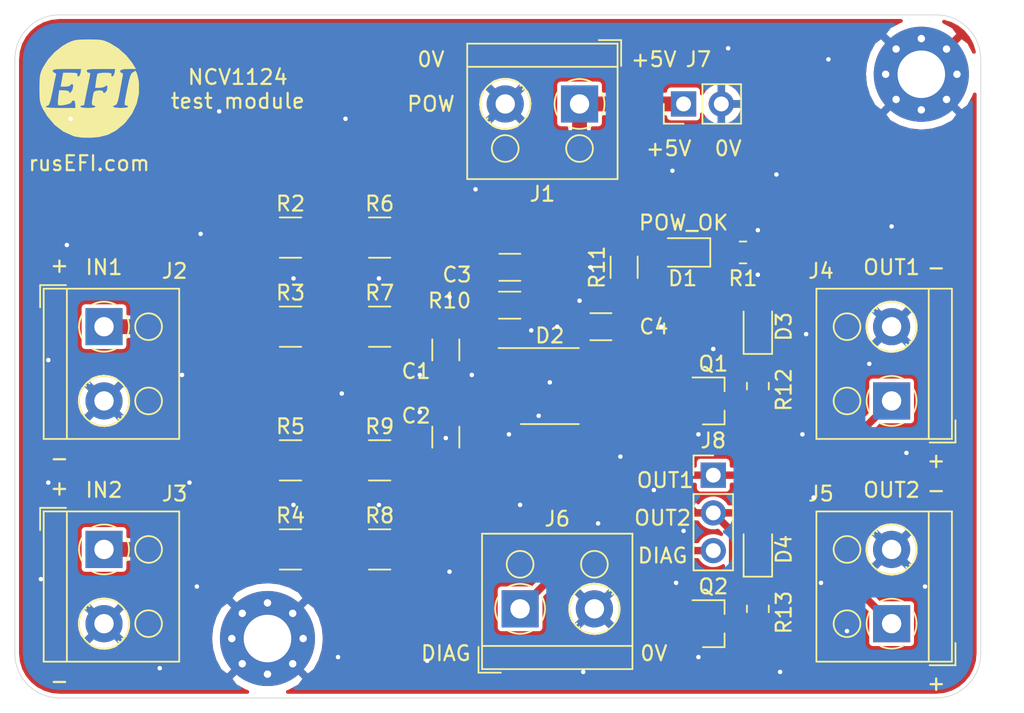
<source format=kicad_pcb>
(kicad_pcb (version 20171130) (host pcbnew "(5.1.8)-1")
  (layers (0 F.Cu signal) (31 B.Cu signal) (34 B.Paste user) (35 F.Paste user) (36 B.SilkS user) (37 F.SilkS user) (38 B.Mask user) (39 F.Mask user) (44 Edge.Cuts user))
  (net 0 "")
  (net 1 GND)
  (net 2 "Net-(C1-Pad1)")
  (net 3 "Net-(C2-Pad1)")
  (net 4 "Net-(C3-Pad2)")
  (net 5 +5V)
  (net 6 "Net-(C4-Pad1)")
  (net 7 "Net-(D1-Pad1)")
  (net 8 "Net-(D2-Pad7)")
  (net 9 "Net-(D2-Pad6)")
  (net 10 "Net-(D2-Pad5)")
  (net 11 "Net-(D3-Pad1)")
  (net 12 "Net-(D4-Pad1)")
  (net 13 "Net-(J2-Pad1)")
  (net 14 "Net-(J3-Pad1)")
  (net 15 "Net-(Q1-Pad3)")
  (net 16 "Net-(Q2-Pad3)")
  (net 17 "Net-(R2-Pad2)")
  (net 18 "Net-(R3-Pad2)")
  (net 19 "Net-(R4-Pad2)")
  (net 20 "Net-(R5-Pad2)")
  (module Connector_PinHeader_2.54mm:PinHeader_1x03_P2.54mm_Vertical (layer F.Cu) (at 152 53)
    (fp_text reference J8 (at 0 -2.33) (layer F.SilkS))
    (fp_text value Conn_01x03_Male)
    (fp_line (start -1.33 -1.33) (end 0 -1.33) (layer F.SilkS) (width 0.12))
    (fp_line (start -1.33 0) (end -1.33 -1.33) (layer F.SilkS) (width 0.12))
    (fp_line (start -1.33 1.27) (end 1.33 1.27) (layer F.SilkS) (width 0.12))
    (fp_line (start 1.33 1.27) (end 1.33 6.41) (layer F.SilkS) (width 0.12))
    (fp_line (start -1.33 1.27) (end -1.33 6.41) (layer F.SilkS) (width 0.12))
    (fp_line (start -1.33 6.41) (end 1.33 6.41) (layer F.SilkS) (width 0.12))
    (pad 3 thru_hole oval (at 0 5.08) (size 1.7 1.7) (drill 1) (layers *.Cu *.Mask) (net 10 "Net-(D2-Pad5)"))
    (pad 2 thru_hole oval (at 0 2.54) (size 1.7 1.7) (drill 1) (layers *.Cu *.Mask) (net 9 "Net-(D2-Pad6)"))
    (pad 1 thru_hole rect (at 0 0) (size 1.7 1.7) (drill 1) (layers *.Cu *.Mask) (net 8 "Net-(D2-Pad7)"))
  )
  (module Connector_PinHeader_2.54mm:PinHeader_1x02_P2.54mm_Vertical (layer F.Cu) (at 150 28 90)
    (fp_text reference J7 (at 3 1 180) (layer F.SilkS))
    (fp_text value Conn_01x02_Male)
    (fp_line (start -1.33 -1.33) (end 0 -1.33) (layer F.SilkS) (width 0.12))
    (fp_line (start -1.33 0) (end -1.33 -1.33) (layer F.SilkS) (width 0.12))
    (fp_line (start -1.33 1.27) (end 1.33 1.27) (layer F.SilkS) (width 0.12))
    (fp_line (start 1.33 1.27) (end 1.33 3.87) (layer F.SilkS) (width 0.12))
    (fp_line (start -1.33 1.27) (end -1.33 3.87) (layer F.SilkS) (width 0.12))
    (fp_line (start -1.33 3.87) (end 1.33 3.87) (layer F.SilkS) (width 0.12))
    (pad 2 thru_hole oval (at 0 2.54 90) (size 1.7 1.7) (drill 1) (layers *.Cu *.Mask) (net 1 GND))
    (pad 1 thru_hole rect (at 0 0 90) (size 1.7 1.7) (drill 1) (layers *.Cu *.Mask) (net 5 +5V))
  )
  (module MountingHole:MountingHole_3.2mm_M3_Pad_Via (layer F.Cu) (at 166 26)
    (fp_text reference H2 hide)
    (fp_text value MountingHole_Pad)
    (pad 1 thru_hole circle (at 1.697056 -1.697056) (size 0.8 0.8) (drill 0.5) (layers *.Cu *.Mask) (net 1 GND))
    (pad 1 thru_hole circle (at 0 -2.4) (size 0.8 0.8) (drill 0.5) (layers *.Cu *.Mask) (net 1 GND))
    (pad 1 thru_hole circle (at -1.697056 -1.697056) (size 0.8 0.8) (drill 0.5) (layers *.Cu *.Mask) (net 1 GND))
    (pad 1 thru_hole circle (at -2.4 0) (size 0.8 0.8) (drill 0.5) (layers *.Cu *.Mask) (net 1 GND))
    (pad 1 thru_hole circle (at -1.697056 1.697056) (size 0.8 0.8) (drill 0.5) (layers *.Cu *.Mask) (net 1 GND))
    (pad 1 thru_hole circle (at 0 2.4) (size 0.8 0.8) (drill 0.5) (layers *.Cu *.Mask) (net 1 GND))
    (pad 1 thru_hole circle (at 1.697056 1.697056) (size 0.8 0.8) (drill 0.5) (layers *.Cu *.Mask) (net 1 GND))
    (pad 1 thru_hole circle (at 2.4 0) (size 0.8 0.8) (drill 0.5) (layers *.Cu *.Mask) (net 1 GND))
    (pad 1 thru_hole circle (at 0 0) (size 6.4 6.4) (drill 3.2) (layers *.Cu *.Mask) (net 1 GND))
  )
  (module MountingHole:MountingHole_3.2mm_M3_Pad_Via (layer F.Cu) (at 122 64)
    (fp_text reference H1 hide)
    (fp_text value MountingHole_Pad)
    (pad 1 thru_hole circle (at 1.697056 -1.697056) (size 0.8 0.8) (drill 0.5) (layers *.Cu *.Mask) (net 1 GND))
    (pad 1 thru_hole circle (at 0 -2.4) (size 0.8 0.8) (drill 0.5) (layers *.Cu *.Mask) (net 1 GND))
    (pad 1 thru_hole circle (at -1.697056 -1.697056) (size 0.8 0.8) (drill 0.5) (layers *.Cu *.Mask) (net 1 GND))
    (pad 1 thru_hole circle (at -2.4 0) (size 0.8 0.8) (drill 0.5) (layers *.Cu *.Mask) (net 1 GND))
    (pad 1 thru_hole circle (at -1.697056 1.697056) (size 0.8 0.8) (drill 0.5) (layers *.Cu *.Mask) (net 1 GND))
    (pad 1 thru_hole circle (at 0 2.4) (size 0.8 0.8) (drill 0.5) (layers *.Cu *.Mask) (net 1 GND))
    (pad 1 thru_hole circle (at 1.697056 1.697056) (size 0.8 0.8) (drill 0.5) (layers *.Cu *.Mask) (net 1 GND))
    (pad 1 thru_hole circle (at 2.4 0) (size 0.8 0.8) (drill 0.5) (layers *.Cu *.Mask) (net 1 GND))
    (pad 1 thru_hole circle (at 0 0) (size 6.4 6.4) (drill 3.2) (layers *.Cu *.Mask) (net 1 GND))
  )
  (module rusefi_lib:LOGO (layer F.Cu) (at 110 27)
    (fp_text reference G1 hide)
    (fp_text value LOGO hide)
    (fp_poly (pts (xy 3.3528 -0.39624) (xy 3.35026 0.29972) (xy 3.19532 0.9906) (xy 2.8956 1.64338) (xy 2.46634 2.21996) (xy 2.31394 2.37744) (xy 1.80086 2.794) (xy 1.27508 3.07086) (xy 0.68834 3.2258) (xy 0.127 3.27406) (xy -0.46736 3.26898) (xy -0.9271 3.2004) (xy -1.05664 3.16484) (xy -1.73482 2.86258) (xy -2.32156 2.41808) (xy -2.8194 1.83134) (xy -3.10896 1.3462) (xy -3.21564 1.12776) (xy -3.28422 0.92964) (xy -3.32232 0.70866) (xy -3.3401 0.4191) (xy -3.34518 0.01016) (xy -3.34518 -0.04318) (xy -3.3401 -0.46736) (xy -3.32486 -0.77216) (xy -3.28676 -1.0033) (xy -3.22072 -1.21158) (xy -3.11658 -1.44272) (xy -3.10134 -1.46812) (xy -2.7686 -1.99644) (xy -2.31648 -2.49428) (xy -1.79832 -2.90576) (xy -1.47574 -3.09372) (xy -1.23698 -3.20294) (xy -1.03124 -3.2766) (xy -0.80518 -3.31724) (xy -0.51562 -3.33756) (xy -0.10922 -3.34264) (xy -0.04064 -3.34264) (xy 0.37846 -3.3401) (xy 0.68072 -3.32486) (xy 0.90932 -3.2893) (xy 1.1176 -3.22326) (xy 1.35382 -3.11658) (xy 1.44018 -3.0734) (xy 1.97612 -2.73558) (xy 2.47904 -2.28854) (xy 2.88798 -1.78308) (xy 2.95656 -1.67132) (xy 3.14706 -1.35382) (xy 2.63906 -1.35382) (xy 2.32664 -1.34112) (xy 2.14884 -1.2954) (xy 2.08534 -1.22936) (xy 2.10058 -1.12014) (xy 2.1717 -1.10236) (xy 2.26314 -1.05918) (xy 2.26568 -0.90678) (xy 2.25806 -0.86868) (xy 2.2225 -0.6858) (xy 2.16916 -0.38608) (xy 2.10058 -0.01778) (xy 2.06248 0.2032) (xy 1.98374 0.60452) (xy 1.91516 0.86614) (xy 1.84658 1.016) (xy 1.77038 1.07696) (xy 1.76022 1.0795) (xy 1.74752 1.08458) (xy 1.74752 -1.35382) (xy 0.78994 -1.35382) (xy 0.36576 -1.35128) (xy 0.08382 -1.33858) (xy -0.08128 -1.31318) (xy -0.15494 -1.27254) (xy -0.17018 -1.22682) (xy -0.1016 -1.11506) (xy -0.04318 -1.09982) (xy 0.01524 -1.1049) (xy 0.05334 -1.09728) (xy 0.06858 -1.0541) (xy 0.06096 -0.94996) (xy 0.0254 -0.75438) (xy -0.03556 -0.44704) (xy -0.127 0) (xy -0.20828 0.39624) (xy -0.27432 0.72898) (xy -0.32004 0.96266) (xy -0.33782 1.0668) (xy -0.33782 1.06934) (xy -0.40894 1.09728) (xy -0.46482 1.09982) (xy -0.53848 1.12776) (xy -0.53848 -1.35382) (xy -1.49606 -1.35382) (xy -1.92024 -1.35128) (xy -2.20218 -1.33858) (xy -2.36728 -1.31318) (xy -2.44094 -1.27254) (xy -2.45618 -1.22682) (xy -2.3876 -1.1176) (xy -2.3241 -1.09982) (xy -2.22758 -1.04394) (xy -2.23266 -0.9525) (xy -2.26568 -0.8128) (xy -2.3241 -0.5461) (xy -2.39522 -0.19558) (xy -2.4638 0.14732) (xy -2.5654 0.62484) (xy -2.65684 0.9398) (xy -2.73304 1.08712) (xy -2.75844 1.09982) (xy -2.89814 1.15824) (xy -2.921 1.18618) (xy -2.86512 1.22428) (xy -2.64922 1.25222) (xy -2.27838 1.26746) (xy -1.95326 1.27) (xy -0.93218 1.27) (xy -0.93218 1.016) (xy -0.97028 0.8128) (xy -1.05918 0.762) (xy -1.17094 0.8255) (xy -1.18618 0.88138) (xy -1.25984 0.94996) (xy -1.44526 1.01854) (xy -1.67894 1.07188) (xy -1.905 1.09982) (xy -2.06248 1.08712) (xy -2.09042 1.06934) (xy -2.10566 0.96774) (xy -2.09804 0.7493) (xy -2.07772 0.55372) (xy -2.0193 0.08382) (xy -1.68656 0.08382) (xy -1.47828 0.10414) (xy -1.36144 0.15748) (xy -1.35382 0.17526) (xy -1.3208 0.25908) (xy -1.2446 0.22352) (xy -1.1557 0.10414) (xy -1.0922 -0.06858) (xy -1.0922 -0.07112) (xy -1.07442 -0.26416) (xy -1.1303 -0.33782) (xy -1.15316 -0.33782) (xy -1.25984 -0.28956) (xy -1.27 -0.254) (xy -1.3462 -0.20066) (xy -1.53162 -0.17018) (xy -1.59512 -0.17018) (xy -1.9177 -0.17018) (xy -1.83388 -0.635) (xy -1.75006 -1.10236) (xy -1.24714 -1.09982) (xy -0.9652 -1.09474) (xy -0.82042 -1.0668) (xy -0.78486 -1.00838) (xy -0.79248 -0.97282) (xy -0.78232 -0.8636) (xy -0.72644 -0.84582) (xy -0.635 -0.92202) (xy -0.57658 -1.09728) (xy -0.57404 -1.09982) (xy -0.53848 -1.35382) (xy -0.53848 1.12776) (xy -0.57912 1.14554) (xy -0.59182 1.18618) (xy -0.51562 1.22936) (xy -0.31496 1.25984) (xy -0.08382 1.27) (xy 0.18542 1.2573) (xy 0.3683 1.22428) (xy 0.42418 1.18618) (xy 0.35306 1.11252) (xy 0.28702 1.09982) (xy 0.20574 1.07442) (xy 0.18034 0.96774) (xy 0.2032 0.74168) (xy 0.20828 0.70866) (xy 0.254 0.44704) (xy 0.29718 0.24892) (xy 0.31242 0.20066) (xy 0.40894 0.12954) (xy 0.5842 0.0889) (xy 0.7747 0.0889) (xy 0.90678 0.127) (xy 0.93218 0.17018) (xy 0.97282 0.25908) (xy 1.0668 0.2413) (xy 1.16586 0.13716) (xy 1.20904 0.02032) (xy 1.22936 -0.19304) (xy 1.17856 -0.254) (xy 1.08204 -0.18542) (xy 0.93218 -0.11684) (xy 0.70866 -0.08636) (xy 0.69088 -0.08382) (xy 0.40132 -0.08382) (xy 0.45974 -0.52578) (xy 0.50038 -0.7874) (xy 0.54102 -0.9779) (xy 0.5588 -1.03378) (xy 0.6604 -1.06934) (xy 0.87884 -1.09474) (xy 1.07188 -1.09982) (xy 1.34112 -1.0922) (xy 1.4732 -1.06172) (xy 1.50114 -1.00076) (xy 1.49352 -0.97536) (xy 1.50368 -0.8636) (xy 1.55956 -0.84582) (xy 1.651 -0.92202) (xy 1.70942 -1.09728) (xy 1.71196 -1.09982) (xy 1.74752 -1.35382) (xy 1.74752 1.08458) (xy 1.61544 1.14046) (xy 1.62306 1.19888) (xy 1.76276 1.2446) (xy 2.0193 1.26746) (xy 2.11582 1.27) (xy 2.3876 1.2573) (xy 2.57048 1.22428) (xy 2.62382 1.18618) (xy 2.55524 1.10998) (xy 2.49682 1.09982) (xy 2.43586 1.09474) (xy 2.39776 1.06426) (xy 2.3876 0.98298) (xy 2.40284 0.82296) (xy 2.44602 0.56134) (xy 2.52222 0.17272) (xy 2.57302 -0.08128) (xy 2.67716 -0.56388) (xy 2.77368 -0.89408) (xy 2.85496 -1.06426) (xy 2.88544 -1.08712) (xy 3.03276 -1.1811) (xy 3.06324 -1.21666) (xy 3.12674 -1.22428) (xy 3.2004 -1.0922) (xy 3.27406 -0.8509) (xy 3.33502 -0.5334) (xy 3.3528 -0.39624)) (layer F.SilkS) (width 0.00254))
  )
  (module LED_SMD:LED_0805_2012Metric_Pad1.15x1.40mm_HandSolder (layer F.Cu) (at 155 57.975 90)
    (fp_text reference D4 (at -0.025 1.75 90) (layer F.SilkS))
    (fp_text value LED)
    (fp_line (start -1.86 0.96) (end 1 0.96) (layer F.SilkS) (width 0.12))
    (fp_line (start -1.86 -0.96) (end -1.86 0.96) (layer F.SilkS) (width 0.12))
    (fp_line (start 1 -0.96) (end -1.86 -0.96) (layer F.SilkS) (width 0.12))
    (pad 2 smd roundrect (at 1.025 0 90) (size 1.15 1.4) (layers F.Cu F.Paste F.Mask) (roundrect_rratio 0.2173904347826087) (net 5 +5V))
    (pad 1 smd roundrect (at -1.025 0 90) (size 1.15 1.4) (layers F.Cu F.Paste F.Mask) (roundrect_rratio 0.2173904347826087) (net 12 "Net-(D4-Pad1)"))
  )
  (module LED_SMD:LED_0805_2012Metric_Pad1.15x1.40mm_HandSolder (layer F.Cu) (at 155 42.975 90)
    (fp_text reference D3 (at -0.025 1.75 90) (layer F.SilkS))
    (fp_text value LED)
    (fp_line (start -1.86 0.96) (end 1 0.96) (layer F.SilkS) (width 0.12))
    (fp_line (start -1.86 -0.96) (end -1.86 0.96) (layer F.SilkS) (width 0.12))
    (fp_line (start 1 -0.96) (end -1.86 -0.96) (layer F.SilkS) (width 0.12))
    (pad 2 smd roundrect (at 1.025 0 90) (size 1.15 1.4) (layers F.Cu F.Paste F.Mask) (roundrect_rratio 0.2173904347826087) (net 5 +5V))
    (pad 1 smd roundrect (at -1.025 0 90) (size 1.15 1.4) (layers F.Cu F.Paste F.Mask) (roundrect_rratio 0.2173904347826087) (net 11 "Net-(D3-Pad1)"))
  )
  (module LED_SMD:LED_0805_2012Metric_Pad1.15x1.40mm_HandSolder (layer F.Cu) (at 149.9375 38 180)
    (fp_text reference D1 (at 0 -1.75) (layer F.SilkS))
    (fp_text value LED)
    (fp_line (start -1.86 0.96) (end 1 0.96) (layer F.SilkS) (width 0.12))
    (fp_line (start -1.86 -0.96) (end -1.86 0.96) (layer F.SilkS) (width 0.12))
    (fp_line (start 1 -0.96) (end -1.86 -0.96) (layer F.SilkS) (width 0.12))
    (pad 2 smd roundrect (at 1.025 0 180) (size 1.15 1.4) (layers F.Cu F.Paste F.Mask) (roundrect_rratio 0.2173904347826087) (net 5 +5V))
    (pad 1 smd roundrect (at -1.025 0 180) (size 1.15 1.4) (layers F.Cu F.Paste F.Mask) (roundrect_rratio 0.2173904347826087) (net 7 "Net-(D1-Pad1)"))
  )
  (module Resistor_SMD:R_0805_2012Metric_Pad1.20x1.40mm_HandSolder (layer F.Cu) (at 155 62 90)
    (fp_text reference R13 (at -0.25 1.75 90) (layer F.SilkS))
    (fp_text value 160)
    (fp_line (start -0.227064 0.735) (end 0.227064 0.735) (layer F.SilkS) (width 0.12))
    (fp_line (start -0.227064 -0.735) (end 0.227064 -0.735) (layer F.SilkS) (width 0.12))
    (pad 2 smd roundrect (at 1 0 90) (size 1.2 1.4) (layers F.Cu F.Paste F.Mask) (roundrect_rratio 0.2083325) (net 12 "Net-(D4-Pad1)"))
    (pad 1 smd roundrect (at -1 0 90) (size 1.2 1.4) (layers F.Cu F.Paste F.Mask) (roundrect_rratio 0.2083325) (net 16 "Net-(Q2-Pad3)"))
  )
  (module Resistor_SMD:R_0805_2012Metric_Pad1.20x1.40mm_HandSolder (layer F.Cu) (at 155 47 90)
    (fp_text reference R12 (at -0.25 1.75 90) (layer F.SilkS))
    (fp_text value 160)
    (fp_line (start -0.227064 0.735) (end 0.227064 0.735) (layer F.SilkS) (width 0.12))
    (fp_line (start -0.227064 -0.735) (end 0.227064 -0.735) (layer F.SilkS) (width 0.12))
    (pad 2 smd roundrect (at 1 0 90) (size 1.2 1.4) (layers F.Cu F.Paste F.Mask) (roundrect_rratio 0.2083325) (net 11 "Net-(D3-Pad1)"))
    (pad 1 smd roundrect (at -1 0 90) (size 1.2 1.4) (layers F.Cu F.Paste F.Mask) (roundrect_rratio 0.2083325) (net 15 "Net-(Q1-Pad3)"))
  )
  (module Resistor_SMD:R_1206_3216Metric_Pad1.30x1.75mm_HandSolder (layer F.Cu) (at 146 39 90)
    (fp_text reference R11 (at 0 -1.82 90) (layer F.SilkS))
    (fp_text value 39)
    (fp_line (start -0.727064 0.91) (end 0.727064 0.91) (layer F.SilkS) (width 0.12))
    (fp_line (start -0.727064 -0.91) (end 0.727064 -0.91) (layer F.SilkS) (width 0.12))
    (pad 2 smd roundrect (at 1.55 0 90) (size 1.3 1.75) (layers F.Cu F.Paste F.Mask) (roundrect_rratio 0.1923069230769231) (net 5 +5V))
    (pad 1 smd roundrect (at -1.55 0 90) (size 1.3 1.75) (layers F.Cu F.Paste F.Mask) (roundrect_rratio 0.1923069230769231) (net 6 "Net-(C4-Pad1)"))
  )
  (module Resistor_SMD:R_1206_3216Metric_Pad1.30x1.75mm_HandSolder (layer F.Cu) (at 138.3 41.55 180)
    (fp_text reference R10 (at 4.05 0.3) (layer F.SilkS))
    (fp_text value 24k)
    (fp_line (start -0.727064 0.91) (end 0.727064 0.91) (layer F.SilkS) (width 0.12))
    (fp_line (start -0.727064 -0.91) (end 0.727064 -0.91) (layer F.SilkS) (width 0.12))
    (pad 2 smd roundrect (at 1.55 0 180) (size 1.3 1.75) (layers F.Cu F.Paste F.Mask) (roundrect_rratio 0.1923069230769231) (net 4 "Net-(C3-Pad2)"))
    (pad 1 smd roundrect (at -1.55 0 180) (size 1.3 1.75) (layers F.Cu F.Paste F.Mask) (roundrect_rratio 0.1923069230769231) (net 1 GND))
  )
  (module Resistor_SMD:R_1210_3225Metric_Pad1.30x2.65mm_HandSolder (layer F.Cu) (at 129.55 52)
    (fp_text reference R9 (at 0 -2.28) (layer F.SilkS))
    (fp_text value 22k)
    (fp_line (start -0.723737 1.355) (end 0.723737 1.355) (layer F.SilkS) (width 0.12))
    (fp_line (start -0.723737 -1.355) (end 0.723737 -1.355) (layer F.SilkS) (width 0.12))
    (pad 2 smd roundrect (at 1.55 0) (size 1.3 2.65) (layers F.Cu F.Paste F.Mask) (roundrect_rratio 0.1923069230769231) (net 3 "Net-(C2-Pad1)"))
    (pad 1 smd roundrect (at -1.55 0) (size 1.3 2.65) (layers F.Cu F.Paste F.Mask) (roundrect_rratio 0.1923069230769231) (net 20 "Net-(R5-Pad2)"))
  )
  (module Resistor_SMD:R_1210_3225Metric_Pad1.30x2.65mm_HandSolder (layer F.Cu) (at 129.55 58)
    (fp_text reference R8 (at 0 -2.28) (layer F.SilkS))
    (fp_text value 22k)
    (fp_line (start -0.723737 1.355) (end 0.723737 1.355) (layer F.SilkS) (width 0.12))
    (fp_line (start -0.723737 -1.355) (end 0.723737 -1.355) (layer F.SilkS) (width 0.12))
    (pad 2 smd roundrect (at 1.55 0) (size 1.3 2.65) (layers F.Cu F.Paste F.Mask) (roundrect_rratio 0.1923069230769231) (net 3 "Net-(C2-Pad1)"))
    (pad 1 smd roundrect (at -1.55 0) (size 1.3 2.65) (layers F.Cu F.Paste F.Mask) (roundrect_rratio 0.1923069230769231) (net 19 "Net-(R4-Pad2)"))
  )
  (module Resistor_SMD:R_1210_3225Metric_Pad1.30x2.65mm_HandSolder (layer F.Cu) (at 129.55 43)
    (fp_text reference R7 (at 0 -2.28) (layer F.SilkS))
    (fp_text value 22k)
    (fp_line (start -0.723737 1.355) (end 0.723737 1.355) (layer F.SilkS) (width 0.12))
    (fp_line (start -0.723737 -1.355) (end 0.723737 -1.355) (layer F.SilkS) (width 0.12))
    (pad 2 smd roundrect (at 1.55 0) (size 1.3 2.65) (layers F.Cu F.Paste F.Mask) (roundrect_rratio 0.1923069230769231) (net 2 "Net-(C1-Pad1)"))
    (pad 1 smd roundrect (at -1.55 0) (size 1.3 2.65) (layers F.Cu F.Paste F.Mask) (roundrect_rratio 0.1923069230769231) (net 18 "Net-(R3-Pad2)"))
  )
  (module Resistor_SMD:R_1210_3225Metric_Pad1.30x2.65mm_HandSolder (layer F.Cu) (at 129.55 37)
    (fp_text reference R6 (at 0 -2.28) (layer F.SilkS))
    (fp_text value 22k)
    (fp_line (start -0.723737 1.355) (end 0.723737 1.355) (layer F.SilkS) (width 0.12))
    (fp_line (start -0.723737 -1.355) (end 0.723737 -1.355) (layer F.SilkS) (width 0.12))
    (pad 2 smd roundrect (at 1.55 0) (size 1.3 2.65) (layers F.Cu F.Paste F.Mask) (roundrect_rratio 0.1923069230769231) (net 2 "Net-(C1-Pad1)"))
    (pad 1 smd roundrect (at -1.55 0) (size 1.3 2.65) (layers F.Cu F.Paste F.Mask) (roundrect_rratio 0.1923069230769231) (net 17 "Net-(R2-Pad2)"))
  )
  (module Resistor_SMD:R_1210_3225Metric_Pad1.30x2.65mm_HandSolder (layer F.Cu) (at 123.55 52)
    (fp_text reference R5 (at 0 -2.28) (layer F.SilkS))
    (fp_text value 22k)
    (fp_line (start -0.723737 1.355) (end 0.723737 1.355) (layer F.SilkS) (width 0.12))
    (fp_line (start -0.723737 -1.355) (end 0.723737 -1.355) (layer F.SilkS) (width 0.12))
    (pad 2 smd roundrect (at 1.55 0) (size 1.3 2.65) (layers F.Cu F.Paste F.Mask) (roundrect_rratio 0.1923069230769231) (net 20 "Net-(R5-Pad2)"))
    (pad 1 smd roundrect (at -1.55 0) (size 1.3 2.65) (layers F.Cu F.Paste F.Mask) (roundrect_rratio 0.1923069230769231) (net 14 "Net-(J3-Pad1)"))
  )
  (module Resistor_SMD:R_1210_3225Metric_Pad1.30x2.65mm_HandSolder (layer F.Cu) (at 123.55 58)
    (fp_text reference R4 (at 0 -2.28) (layer F.SilkS))
    (fp_text value 22k)
    (fp_line (start -0.723737 1.355) (end 0.723737 1.355) (layer F.SilkS) (width 0.12))
    (fp_line (start -0.723737 -1.355) (end 0.723737 -1.355) (layer F.SilkS) (width 0.12))
    (pad 2 smd roundrect (at 1.55 0) (size 1.3 2.65) (layers F.Cu F.Paste F.Mask) (roundrect_rratio 0.1923069230769231) (net 19 "Net-(R4-Pad2)"))
    (pad 1 smd roundrect (at -1.55 0) (size 1.3 2.65) (layers F.Cu F.Paste F.Mask) (roundrect_rratio 0.1923069230769231) (net 14 "Net-(J3-Pad1)"))
  )
  (module Resistor_SMD:R_1210_3225Metric_Pad1.30x2.65mm_HandSolder (layer F.Cu) (at 123.55 43)
    (fp_text reference R3 (at 0 -2.28) (layer F.SilkS))
    (fp_text value 22k)
    (fp_line (start -0.723737 1.355) (end 0.723737 1.355) (layer F.SilkS) (width 0.12))
    (fp_line (start -0.723737 -1.355) (end 0.723737 -1.355) (layer F.SilkS) (width 0.12))
    (pad 2 smd roundrect (at 1.55 0) (size 1.3 2.65) (layers F.Cu F.Paste F.Mask) (roundrect_rratio 0.1923069230769231) (net 18 "Net-(R3-Pad2)"))
    (pad 1 smd roundrect (at -1.55 0) (size 1.3 2.65) (layers F.Cu F.Paste F.Mask) (roundrect_rratio 0.1923069230769231) (net 13 "Net-(J2-Pad1)"))
  )
  (module Resistor_SMD:R_1210_3225Metric_Pad1.30x2.65mm_HandSolder (layer F.Cu) (at 123.55 37)
    (fp_text reference R2 (at 0 -2.28) (layer F.SilkS))
    (fp_text value 22k)
    (fp_line (start -0.723737 1.355) (end 0.723737 1.355) (layer F.SilkS) (width 0.12))
    (fp_line (start -0.723737 -1.355) (end 0.723737 -1.355) (layer F.SilkS) (width 0.12))
    (pad 2 smd roundrect (at 1.55 0) (size 1.3 2.65) (layers F.Cu F.Paste F.Mask) (roundrect_rratio 0.1923069230769231) (net 17 "Net-(R2-Pad2)"))
    (pad 1 smd roundrect (at -1.55 0) (size 1.3 2.65) (layers F.Cu F.Paste F.Mask) (roundrect_rratio 0.1923069230769231) (net 13 "Net-(J2-Pad1)"))
  )
  (module Resistor_SMD:R_0805_2012Metric_Pad1.20x1.40mm_HandSolder (layer F.Cu) (at 154 38 180)
    (fp_text reference R1 (at 0 -1.75) (layer F.SilkS))
    (fp_text value 160)
    (fp_line (start -0.227064 0.735) (end 0.227064 0.735) (layer F.SilkS) (width 0.12))
    (fp_line (start -0.227064 -0.735) (end 0.227064 -0.735) (layer F.SilkS) (width 0.12))
    (pad 2 smd roundrect (at 1 0 180) (size 1.2 1.4) (layers F.Cu F.Paste F.Mask) (roundrect_rratio 0.2083325) (net 7 "Net-(D1-Pad1)"))
    (pad 1 smd roundrect (at -1 0 180) (size 1.2 1.4) (layers F.Cu F.Paste F.Mask) (roundrect_rratio 0.2083325) (net 1 GND))
  )
  (module Package_TO_SOT_SMD:SOT-23 (layer F.Cu) (at 152 63)
    (fp_text reference Q2 (at 0 -2.5) (layer F.SilkS))
    (fp_text value 2N7002)
    (fp_line (start 0.76 1.58) (end -0.7 1.58) (layer F.SilkS) (width 0.12))
    (fp_line (start 0.76 -1.58) (end -1.4 -1.58) (layer F.SilkS) (width 0.12))
    (fp_line (start 0.76 -1.58) (end 0.76 -0.65) (layer F.SilkS) (width 0.12))
    (fp_line (start 0.76 1.58) (end 0.76 0.65) (layer F.SilkS) (width 0.12))
    (pad 3 smd rect (at 1 0) (size 0.9 0.8) (layers F.Cu F.Paste F.Mask) (net 16 "Net-(Q2-Pad3)"))
    (pad 2 smd rect (at -1 0.95) (size 0.9 0.8) (layers F.Cu F.Paste F.Mask) (net 1 GND))
    (pad 1 smd rect (at -1 -0.95) (size 0.9 0.8) (layers F.Cu F.Paste F.Mask) (net 9 "Net-(D2-Pad6)"))
  )
  (module Package_TO_SOT_SMD:SOT-23 (layer F.Cu) (at 152 48)
    (fp_text reference Q1 (at 0 -2.5) (layer F.SilkS))
    (fp_text value 2N7002)
    (fp_line (start 0.76 1.58) (end -0.7 1.58) (layer F.SilkS) (width 0.12))
    (fp_line (start 0.76 -1.58) (end -1.4 -1.58) (layer F.SilkS) (width 0.12))
    (fp_line (start 0.76 -1.58) (end 0.76 -0.65) (layer F.SilkS) (width 0.12))
    (fp_line (start 0.76 1.58) (end 0.76 0.65) (layer F.SilkS) (width 0.12))
    (pad 3 smd rect (at 1 0) (size 0.9 0.8) (layers F.Cu F.Paste F.Mask) (net 15 "Net-(Q1-Pad3)"))
    (pad 2 smd rect (at -1 0.95) (size 0.9 0.8) (layers F.Cu F.Paste F.Mask) (net 1 GND))
    (pad 1 smd rect (at -1 -0.95) (size 0.9 0.8) (layers F.Cu F.Paste F.Mask) (net 8 "Net-(D2-Pad7)"))
  )
  (module TerminalBlock_RND:TerminalBlock_RND_205-00001_1x02_P5.00mm_Horizontal (layer F.Cu) (at 139 62)
    (fp_text reference J6 (at 2.5 -6.06) (layer F.SilkS))
    (fp_text value Screw_Terminal_01x02)
    (fp_line (start -2.8 4.3) (end -1.3 4.3) (layer F.SilkS) (width 0.12))
    (fp_line (start -2.8 2.56) (end -2.8 4.3) (layer F.SilkS) (width 0.12))
    (fp_line (start 3.82 0.976) (end 3.726 1.069) (layer F.SilkS) (width 0.12))
    (fp_line (start 6.07 -1.275) (end 6.011 -1.216) (layer F.SilkS) (width 0.12))
    (fp_line (start 3.99 1.216) (end 3.931 1.274) (layer F.SilkS) (width 0.12))
    (fp_line (start 6.275 -1.069) (end 6.181 -0.976) (layer F.SilkS) (width 0.12))
    (fp_line (start 7.56 -5.06) (end 7.56 4.06) (layer F.SilkS) (width 0.12))
    (fp_line (start -2.56 -5.06) (end -2.56 4.06) (layer F.SilkS) (width 0.12))
    (fp_line (start -2.56 4.06) (end 7.56 4.06) (layer F.SilkS) (width 0.12))
    (fp_line (start -2.56 -5.06) (end 7.56 -5.06) (layer F.SilkS) (width 0.12))
    (fp_line (start -2.56 2.5) (end 7.56 2.5) (layer F.SilkS) (width 0.12))
    (fp_circle (center 5 -3) (end 5.9 -3) (layer F.SilkS) (width 0.12))
    (fp_circle (center 5 0) (end 6.68 0) (layer F.SilkS) (width 0.12))
    (fp_circle (center 0 -3) (end 0.9 -3) (layer F.SilkS) (width 0.12))
    (fp_arc (start 0 0) (end -0.789 1.484) (angle -29) (layer F.SilkS) (width 0.12))
    (fp_arc (start 0 0) (end -1.484 -0.789) (angle -56) (layer F.SilkS) (width 0.12))
    (fp_arc (start 0 0) (end 0.789 -1.484) (angle -56) (layer F.SilkS) (width 0.12))
    (fp_arc (start 0 0) (end 1.484 0.789) (angle -56) (layer F.SilkS) (width 0.12))
    (fp_arc (start 0 0) (end 0 1.68) (angle -28) (layer F.SilkS) (width 0.12))
    (pad 2 thru_hole circle (at 5 0) (size 2.5 2.5) (drill 1.3) (layers *.Cu *.Mask) (net 1 GND))
    (pad 1 thru_hole rect (at 0 0) (size 2.5 2.5) (drill 1.3) (layers *.Cu *.Mask) (net 10 "Net-(D2-Pad5)"))
  )
  (module TerminalBlock_RND:TerminalBlock_RND_205-00001_1x02_P5.00mm_Horizontal (layer F.Cu) (at 164 63 90)
    (fp_text reference J5 (at 8.75 -4.75 180) (layer F.SilkS))
    (fp_text value Screw_Terminal_01x02)
    (fp_line (start -2.8 4.3) (end -1.3 4.3) (layer F.SilkS) (width 0.12))
    (fp_line (start -2.8 2.56) (end -2.8 4.3) (layer F.SilkS) (width 0.12))
    (fp_line (start 3.82 0.976) (end 3.726 1.069) (layer F.SilkS) (width 0.12))
    (fp_line (start 6.07 -1.275) (end 6.011 -1.216) (layer F.SilkS) (width 0.12))
    (fp_line (start 3.99 1.216) (end 3.931 1.274) (layer F.SilkS) (width 0.12))
    (fp_line (start 6.275 -1.069) (end 6.181 -0.976) (layer F.SilkS) (width 0.12))
    (fp_line (start 7.56 -5.06) (end 7.56 4.06) (layer F.SilkS) (width 0.12))
    (fp_line (start -2.56 -5.06) (end -2.56 4.06) (layer F.SilkS) (width 0.12))
    (fp_line (start -2.56 4.06) (end 7.56 4.06) (layer F.SilkS) (width 0.12))
    (fp_line (start -2.56 -5.06) (end 7.56 -5.06) (layer F.SilkS) (width 0.12))
    (fp_line (start -2.56 2.5) (end 7.56 2.5) (layer F.SilkS) (width 0.12))
    (fp_circle (center 5 -3) (end 5.9 -3) (layer F.SilkS) (width 0.12))
    (fp_circle (center 5 0) (end 6.68 0) (layer F.SilkS) (width 0.12))
    (fp_circle (center 0 -3) (end 0.9 -3) (layer F.SilkS) (width 0.12))
    (fp_arc (start 0 0) (end -0.789 1.484) (angle -29) (layer F.SilkS) (width 0.12))
    (fp_arc (start 0 0) (end -1.484 -0.789) (angle -56) (layer F.SilkS) (width 0.12))
    (fp_arc (start 0 0) (end 0.789 -1.484) (angle -56) (layer F.SilkS) (width 0.12))
    (fp_arc (start 0 0) (end 1.484 0.789) (angle -56) (layer F.SilkS) (width 0.12))
    (fp_arc (start 0 0) (end 0 1.68) (angle -28) (layer F.SilkS) (width 0.12))
    (pad 2 thru_hole circle (at 5 0 90) (size 2.5 2.5) (drill 1.3) (layers *.Cu *.Mask) (net 1 GND))
    (pad 1 thru_hole rect (at 0 0 90) (size 2.5 2.5) (drill 1.3) (layers *.Cu *.Mask) (net 9 "Net-(D2-Pad6)"))
  )
  (module TerminalBlock_RND:TerminalBlock_RND_205-00001_1x02_P5.00mm_Horizontal (layer F.Cu) (at 164 48 90)
    (fp_text reference J4 (at 8.75 -4.75 180) (layer F.SilkS))
    (fp_text value Screw_Terminal_01x02)
    (fp_line (start -2.8 4.3) (end -1.3 4.3) (layer F.SilkS) (width 0.12))
    (fp_line (start -2.8 2.56) (end -2.8 4.3) (layer F.SilkS) (width 0.12))
    (fp_line (start 3.82 0.976) (end 3.726 1.069) (layer F.SilkS) (width 0.12))
    (fp_line (start 6.07 -1.275) (end 6.011 -1.216) (layer F.SilkS) (width 0.12))
    (fp_line (start 3.99 1.216) (end 3.931 1.274) (layer F.SilkS) (width 0.12))
    (fp_line (start 6.275 -1.069) (end 6.181 -0.976) (layer F.SilkS) (width 0.12))
    (fp_line (start 7.56 -5.06) (end 7.56 4.06) (layer F.SilkS) (width 0.12))
    (fp_line (start -2.56 -5.06) (end -2.56 4.06) (layer F.SilkS) (width 0.12))
    (fp_line (start -2.56 4.06) (end 7.56 4.06) (layer F.SilkS) (width 0.12))
    (fp_line (start -2.56 -5.06) (end 7.56 -5.06) (layer F.SilkS) (width 0.12))
    (fp_line (start -2.56 2.5) (end 7.56 2.5) (layer F.SilkS) (width 0.12))
    (fp_circle (center 5 -3) (end 5.9 -3) (layer F.SilkS) (width 0.12))
    (fp_circle (center 5 0) (end 6.68 0) (layer F.SilkS) (width 0.12))
    (fp_circle (center 0 -3) (end 0.9 -3) (layer F.SilkS) (width 0.12))
    (fp_arc (start 0 0) (end -0.789 1.484) (angle -29) (layer F.SilkS) (width 0.12))
    (fp_arc (start 0 0) (end -1.484 -0.789) (angle -56) (layer F.SilkS) (width 0.12))
    (fp_arc (start 0 0) (end 0.789 -1.484) (angle -56) (layer F.SilkS) (width 0.12))
    (fp_arc (start 0 0) (end 1.484 0.789) (angle -56) (layer F.SilkS) (width 0.12))
    (fp_arc (start 0 0) (end 0 1.68) (angle -28) (layer F.SilkS) (width 0.12))
    (pad 2 thru_hole circle (at 5 0 90) (size 2.5 2.5) (drill 1.3) (layers *.Cu *.Mask) (net 1 GND))
    (pad 1 thru_hole rect (at 0 0 90) (size 2.5 2.5) (drill 1.3) (layers *.Cu *.Mask) (net 8 "Net-(D2-Pad7)"))
  )
  (module TerminalBlock_RND:TerminalBlock_RND_205-00001_1x02_P5.00mm_Horizontal (layer F.Cu) (at 111 58 270)
    (fp_text reference J3 (at -3.75 -4.75 180) (layer F.SilkS))
    (fp_text value Screw_Terminal_01x02)
    (fp_line (start -2.8 4.3) (end -1.3 4.3) (layer F.SilkS) (width 0.12))
    (fp_line (start -2.8 2.56) (end -2.8 4.3) (layer F.SilkS) (width 0.12))
    (fp_line (start 3.82 0.976) (end 3.726 1.069) (layer F.SilkS) (width 0.12))
    (fp_line (start 6.07 -1.275) (end 6.011 -1.216) (layer F.SilkS) (width 0.12))
    (fp_line (start 3.99 1.216) (end 3.931 1.274) (layer F.SilkS) (width 0.12))
    (fp_line (start 6.275 -1.069) (end 6.181 -0.976) (layer F.SilkS) (width 0.12))
    (fp_line (start 7.56 -5.06) (end 7.56 4.06) (layer F.SilkS) (width 0.12))
    (fp_line (start -2.56 -5.06) (end -2.56 4.06) (layer F.SilkS) (width 0.12))
    (fp_line (start -2.56 4.06) (end 7.56 4.06) (layer F.SilkS) (width 0.12))
    (fp_line (start -2.56 -5.06) (end 7.56 -5.06) (layer F.SilkS) (width 0.12))
    (fp_line (start -2.56 2.5) (end 7.56 2.5) (layer F.SilkS) (width 0.12))
    (fp_circle (center 5 -3) (end 5.9 -3) (layer F.SilkS) (width 0.12))
    (fp_circle (center 5 0) (end 6.68 0) (layer F.SilkS) (width 0.12))
    (fp_circle (center 0 -3) (end 0.9 -3) (layer F.SilkS) (width 0.12))
    (fp_arc (start 0 0) (end -0.789 1.484) (angle -29) (layer F.SilkS) (width 0.12))
    (fp_arc (start 0 0) (end -1.484 -0.789) (angle -56) (layer F.SilkS) (width 0.12))
    (fp_arc (start 0 0) (end 0.789 -1.484) (angle -56) (layer F.SilkS) (width 0.12))
    (fp_arc (start 0 0) (end 1.484 0.789) (angle -56) (layer F.SilkS) (width 0.12))
    (fp_arc (start 0 0) (end 0 1.68) (angle -28) (layer F.SilkS) (width 0.12))
    (pad 2 thru_hole circle (at 5 0 270) (size 2.5 2.5) (drill 1.3) (layers *.Cu *.Mask) (net 1 GND))
    (pad 1 thru_hole rect (at 0 0 270) (size 2.5 2.5) (drill 1.3) (layers *.Cu *.Mask) (net 14 "Net-(J3-Pad1)"))
  )
  (module TerminalBlock_RND:TerminalBlock_RND_205-00001_1x02_P5.00mm_Horizontal (layer F.Cu) (at 111 43 270)
    (fp_text reference J2 (at -3.75 -4.75 180) (layer F.SilkS))
    (fp_text value Screw_Terminal_01x02)
    (fp_line (start -2.8 4.3) (end -1.3 4.3) (layer F.SilkS) (width 0.12))
    (fp_line (start -2.8 2.56) (end -2.8 4.3) (layer F.SilkS) (width 0.12))
    (fp_line (start 3.82 0.976) (end 3.726 1.069) (layer F.SilkS) (width 0.12))
    (fp_line (start 6.07 -1.275) (end 6.011 -1.216) (layer F.SilkS) (width 0.12))
    (fp_line (start 3.99 1.216) (end 3.931 1.274) (layer F.SilkS) (width 0.12))
    (fp_line (start 6.275 -1.069) (end 6.181 -0.976) (layer F.SilkS) (width 0.12))
    (fp_line (start 7.56 -5.06) (end 7.56 4.06) (layer F.SilkS) (width 0.12))
    (fp_line (start -2.56 -5.06) (end -2.56 4.06) (layer F.SilkS) (width 0.12))
    (fp_line (start -2.56 4.06) (end 7.56 4.06) (layer F.SilkS) (width 0.12))
    (fp_line (start -2.56 -5.06) (end 7.56 -5.06) (layer F.SilkS) (width 0.12))
    (fp_line (start -2.56 2.5) (end 7.56 2.5) (layer F.SilkS) (width 0.12))
    (fp_circle (center 5 -3) (end 5.9 -3) (layer F.SilkS) (width 0.12))
    (fp_circle (center 5 0) (end 6.68 0) (layer F.SilkS) (width 0.12))
    (fp_circle (center 0 -3) (end 0.9 -3) (layer F.SilkS) (width 0.12))
    (fp_arc (start 0 0) (end -0.789 1.484) (angle -29) (layer F.SilkS) (width 0.12))
    (fp_arc (start 0 0) (end -1.484 -0.789) (angle -56) (layer F.SilkS) (width 0.12))
    (fp_arc (start 0 0) (end 0.789 -1.484) (angle -56) (layer F.SilkS) (width 0.12))
    (fp_arc (start 0 0) (end 1.484 0.789) (angle -56) (layer F.SilkS) (width 0.12))
    (fp_arc (start 0 0) (end 0 1.68) (angle -28) (layer F.SilkS) (width 0.12))
    (pad 2 thru_hole circle (at 5 0 270) (size 2.5 2.5) (drill 1.3) (layers *.Cu *.Mask) (net 1 GND))
    (pad 1 thru_hole rect (at 0 0 270) (size 2.5 2.5) (drill 1.3) (layers *.Cu *.Mask) (net 13 "Net-(J2-Pad1)"))
  )
  (module TerminalBlock_RND:TerminalBlock_RND_205-00001_1x02_P5.00mm_Horizontal (layer F.Cu) (at 143 28 180)
    (fp_text reference J1 (at 2.5 -6.06) (layer F.SilkS))
    (fp_text value Screw_Terminal_01x02)
    (fp_line (start -2.8 4.3) (end -1.3 4.3) (layer F.SilkS) (width 0.12))
    (fp_line (start -2.8 2.56) (end -2.8 4.3) (layer F.SilkS) (width 0.12))
    (fp_line (start 3.82 0.976) (end 3.726 1.069) (layer F.SilkS) (width 0.12))
    (fp_line (start 6.07 -1.275) (end 6.011 -1.216) (layer F.SilkS) (width 0.12))
    (fp_line (start 3.99 1.216) (end 3.931 1.274) (layer F.SilkS) (width 0.12))
    (fp_line (start 6.275 -1.069) (end 6.181 -0.976) (layer F.SilkS) (width 0.12))
    (fp_line (start 7.56 -5.06) (end 7.56 4.06) (layer F.SilkS) (width 0.12))
    (fp_line (start -2.56 -5.06) (end -2.56 4.06) (layer F.SilkS) (width 0.12))
    (fp_line (start -2.56 4.06) (end 7.56 4.06) (layer F.SilkS) (width 0.12))
    (fp_line (start -2.56 -5.06) (end 7.56 -5.06) (layer F.SilkS) (width 0.12))
    (fp_line (start -2.56 2.5) (end 7.56 2.5) (layer F.SilkS) (width 0.12))
    (fp_circle (center 5 -3) (end 5.9 -3) (layer F.SilkS) (width 0.12))
    (fp_circle (center 5 0) (end 6.68 0) (layer F.SilkS) (width 0.12))
    (fp_circle (center 0 -3) (end 0.9 -3) (layer F.SilkS) (width 0.12))
    (fp_arc (start 0 0) (end -0.789 1.484) (angle -29) (layer F.SilkS) (width 0.12))
    (fp_arc (start 0 0) (end -1.484 -0.789) (angle -56) (layer F.SilkS) (width 0.12))
    (fp_arc (start 0 0) (end 0.789 -1.484) (angle -56) (layer F.SilkS) (width 0.12))
    (fp_arc (start 0 0) (end 1.484 0.789) (angle -56) (layer F.SilkS) (width 0.12))
    (fp_arc (start 0 0) (end 0 1.68) (angle -28) (layer F.SilkS) (width 0.12))
    (pad 2 thru_hole circle (at 5 0 180) (size 2.5 2.5) (drill 1.3) (layers *.Cu *.Mask) (net 1 GND))
    (pad 1 thru_hole rect (at 0 0 180) (size 2.5 2.5) (drill 1.3) (layers *.Cu *.Mask) (net 5 +5V))
  )
  (module Package_SO:SO-8_3.9x4.9mm_P1.27mm (layer F.Cu) (at 141 47)
    (fp_text reference D2 (at 0 -3.4) (layer F.SilkS))
    (fp_text value NCV1124)
    (fp_line (start 0 -2.56) (end -3.45 -2.56) (layer F.SilkS) (width 0.12))
    (fp_line (start 0 -2.56) (end 1.95 -2.56) (layer F.SilkS) (width 0.12))
    (fp_line (start 0 2.56) (end -1.95 2.56) (layer F.SilkS) (width 0.12))
    (fp_line (start 0 2.56) (end 1.95 2.56) (layer F.SilkS) (width 0.12))
    (pad 8 smd roundrect (at 2.575 -1.905) (size 1.75 0.6) (layers F.Cu F.Paste F.Mask) (net 6 "Net-(C4-Pad1)"))
    (pad 7 smd roundrect (at 2.575 -0.635) (size 1.75 0.6) (layers F.Cu F.Paste F.Mask) (net 8 "Net-(D2-Pad7)"))
    (pad 6 smd roundrect (at 2.575 0.635) (size 1.75 0.6) (layers F.Cu F.Paste F.Mask) (net 9 "Net-(D2-Pad6)"))
    (pad 5 smd roundrect (at 2.575 1.905) (size 1.75 0.6) (layers F.Cu F.Paste F.Mask) (net 10 "Net-(D2-Pad5)"))
    (pad 4 smd roundrect (at -2.575 1.905) (size 1.75 0.6) (layers F.Cu F.Paste F.Mask) (net 1 GND))
    (pad 3 smd roundrect (at -2.575 0.635) (size 1.75 0.6) (layers F.Cu F.Paste F.Mask) (net 3 "Net-(C2-Pad1)"))
    (pad 2 smd roundrect (at -2.575 -0.635) (size 1.75 0.6) (layers F.Cu F.Paste F.Mask) (net 2 "Net-(C1-Pad1)"))
    (pad 1 smd roundrect (at -2.575 -1.905) (size 1.75 0.6) (layers F.Cu F.Paste F.Mask) (net 4 "Net-(C3-Pad2)"))
  )
  (module Capacitor_SMD:C_1206_3216Metric_Pad1.33x1.80mm_HandSolder (layer F.Cu) (at 144.4375 43 180)
    (fp_text reference C4 (at -3.5625 0) (layer F.SilkS))
    (fp_text value 0.22u)
    (fp_line (start -0.711252 0.91) (end 0.711252 0.91) (layer F.SilkS) (width 0.12))
    (fp_line (start -0.711252 -0.91) (end 0.711252 -0.91) (layer F.SilkS) (width 0.12))
    (pad 2 smd roundrect (at 1.5625 0 180) (size 1.325 1.8) (layers F.Cu F.Paste F.Mask) (roundrect_rratio 0.1886777358490566) (net 1 GND))
    (pad 1 smd roundrect (at -1.5625 0 180) (size 1.325 1.8) (layers F.Cu F.Paste F.Mask) (roundrect_rratio 0.1886777358490566) (net 6 "Net-(C4-Pad1)"))
  )
  (module Capacitor_SMD:C_1206_3216Metric_Pad1.33x1.80mm_HandSolder (layer F.Cu) (at 138.3125 39 180)
    (fp_text reference C3 (at 3.5625 -0.5) (layer F.SilkS))
    (fp_text value 0.022u)
    (fp_line (start -0.711252 0.91) (end 0.711252 0.91) (layer F.SilkS) (width 0.12))
    (fp_line (start -0.711252 -0.91) (end 0.711252 -0.91) (layer F.SilkS) (width 0.12))
    (pad 2 smd roundrect (at 1.5625 0 180) (size 1.325 1.8) (layers F.Cu F.Paste F.Mask) (roundrect_rratio 0.1886777358490566) (net 4 "Net-(C3-Pad2)"))
    (pad 1 smd roundrect (at -1.5625 0 180) (size 1.325 1.8) (layers F.Cu F.Paste F.Mask) (roundrect_rratio 0.1886777358490566) (net 5 +5V))
  )
  (module Capacitor_SMD:C_1206_3216Metric_Pad1.33x1.80mm_HandSolder (layer F.Cu) (at 134 50.4375 90)
    (fp_text reference C2 (at 1.4375 -2) (layer F.SilkS))
    (fp_text value 0.022u)
    (fp_line (start -0.711252 0.91) (end 0.711252 0.91) (layer F.SilkS) (width 0.12))
    (fp_line (start -0.711252 -0.91) (end 0.711252 -0.91) (layer F.SilkS) (width 0.12))
    (pad 2 smd roundrect (at 1.5625 0 90) (size 1.325 1.8) (layers F.Cu F.Paste F.Mask) (roundrect_rratio 0.1886777358490566) (net 1 GND))
    (pad 1 smd roundrect (at -1.5625 0 90) (size 1.325 1.8) (layers F.Cu F.Paste F.Mask) (roundrect_rratio 0.1886777358490566) (net 3 "Net-(C2-Pad1)"))
  )
  (module Capacitor_SMD:C_1206_3216Metric_Pad1.33x1.80mm_HandSolder (layer F.Cu) (at 134 44.5625 270)
    (fp_text reference C1 (at 1.4375 2) (layer F.SilkS))
    (fp_text value 0.022u)
    (fp_line (start -0.711252 0.91) (end 0.711252 0.91) (layer F.SilkS) (width 0.12))
    (fp_line (start -0.711252 -0.91) (end 0.711252 -0.91) (layer F.SilkS) (width 0.12))
    (pad 2 smd roundrect (at 1.5625 0 270) (size 1.325 1.8) (layers F.Cu F.Paste F.Mask) (roundrect_rratio 0.1886777358490566) (net 1 GND))
    (pad 1 smd roundrect (at -1.5625 0 270) (size 1.325 1.8) (layers F.Cu F.Paste F.Mask) (roundrect_rratio 0.1886777358490566) (net 2 "Net-(C1-Pad1)"))
  )
  (gr_text OUT1 (at 148.76 53.34) (layer F.SilkS) (effects (font (size 1 1))))
  (gr_text OUT2 (at 148.59 55.88) (layer F.SilkS) (effects (font (size 1 1))))
  (gr_text DIAG (at 148.59 58.42) (layer F.SilkS) (effects (font (size 1 1))))
  (gr_text 0V (at 153 31) (layer F.SilkS) (effects (font (size 1 1))))
  (gr_text +5V (at 149 31) (layer F.SilkS) (effects (font (size 1 1))))
  (gr_text 0V (at 148 65) (layer F.SilkS) (effects (font (size 1 1))))
  (gr_text POW_OK (at 150 36) (layer F.SilkS) (effects (font (size 1 1))))
  (gr_text POW (at 133 28) (layer F.SilkS) (effects (font (size 1 1))))
  (gr_text - (at 108 52 180) (layer F.SilkS) (effects (font (size 1 1))))
  (gr_text + (at 108 39 180) (layer F.SilkS) (effects (font (size 1 1))))
  (gr_text - (at 108 67 180) (layer F.SilkS) (effects (font (size 1 1))))
  (gr_text + (at 108 54 180) (layer F.SilkS) (effects (font (size 1 1))))
  (gr_text - (at 167 54) (layer F.SilkS) (effects (font (size 1 1))))
  (gr_text + (at 167 67) (layer F.SilkS) (effects (font (size 1 1))))
  (gr_text - (at 167 39) (layer F.SilkS) (effects (font (size 1 1))))
  (gr_text + (at 167 52) (layer F.SilkS) (effects (font (size 1 1))))
  (gr_text 0V (at 133 25) (layer F.SilkS) (effects (font (size 1 1))))
  (gr_text +5V (at 148 25) (layer F.SilkS) (effects (font (size 1 1))))
  (gr_text DIAG (at 134 65) (layer F.SilkS) (effects (font (size 1 1))))
  (gr_text OUT1 (at 164 39) (layer F.SilkS) (effects (font (size 1 1))))
  (gr_text OUT2 (at 164 54) (layer F.SilkS) (effects (font (size 1 1))))
  (gr_text IN2 (at 111 54) (layer F.SilkS) (effects (font (size 1 1))))
  (gr_text IN1 (at 111 39) (layer F.SilkS) (effects (font (size 1 1))))
  (gr_text "NCV1124\ntest module" (at 120 27) (layer F.SilkS) (effects (font (size 1 1))))
  (gr_text rusEFI.com (at 110 32) (layer F.SilkS) (effects (font (size 1 1))))
  (gr_arc (start 167 25) (end 170 25) (angle -90) (layer Edge.Cuts) (width 0.05))
  (gr_arc (start 167 65) (end 167 68) (angle -90) (layer Edge.Cuts) (width 0.05))
  (gr_arc (start 108 65) (end 105 65) (angle -90) (layer Edge.Cuts) (width 0.05))
  (gr_arc (start 108 25) (end 108 22) (angle -90) (layer Edge.Cuts) (width 0.05))
  (gr_line (start 105 65) (end 105 25) (layer Edge.Cuts) (width 0.05))
  (gr_line (start 167 68) (end 108 68) (layer Edge.Cuts) (width 0.05))
  (gr_line (start 170 25) (end 170 65) (layer Edge.Cuts) (width 0.05))
  (gr_line (start 108 22) (end 167 22) (layer Edge.Cuts) (width 0.05))
  (via (at 141.5 43) (size 0.61) (drill 0.3) (layers F.Cu B.Cu) (net 1))
  (via (at 139.75 43.25) (size 0.61) (drill 0.3) (layers F.Cu B.Cu) (net 1))
  (via (at 140.25 49) (size 0.61) (drill 0.3) (layers F.Cu B.Cu) (net 1))
  (via (at 138.25 50.25) (size 0.61) (drill 0.3) (layers F.Cu B.Cu) (net 1))
  (via (at 151 50.25) (size 0.61) (drill 0.3) (layers F.Cu B.Cu) (net 1))
  (via (at 155 39.5) (size 0.61) (drill 0.3) (layers F.Cu B.Cu) (net 1))
  (via (at 155 36.5) (size 0.61) (drill 0.3) (layers F.Cu B.Cu) (net 1))
  (via (at 151 65.25) (size 0.61) (drill 0.3) (layers F.Cu B.Cu) (net 1))
  (via (at 135.75 46.25) (size 0.61) (drill 0.3) (layers F.Cu B.Cu) (net 1))
  (via (at 134 50.5) (size 0.61) (drill 0.3) (layers F.Cu B.Cu) (net 1))
  (via (at 132.25 46.25) (size 0.61) (drill 0.3) (layers F.Cu B.Cu) (net 1))
  (via (at 132.25 48.75) (size 0.61) (drill 0.3) (layers F.Cu B.Cu) (net 1))
  (via (at 143 41.25) (size 0.61) (drill 0.3) (layers F.Cu B.Cu) (net 1))
  (segment (start 141.1 41.55) (end 139.85 41.55) (width 1) (layer F.Cu) (net 1))
  (segment (start 141.1 41.55) (end 141.425 41.55) (width 1) (layer F.Cu) (net 1))
  (via (at 159.75 25) (size 0.61) (drill 0.3) (layers F.Cu B.Cu) (net 1))
  (via (at 153 24.25) (size 0.61) (drill 0.3) (layers F.Cu B.Cu) (net 1))
  (via (at 156.25 32.75) (size 0.61) (drill 0.3) (layers F.Cu B.Cu) (net 1))
  (via (at 164 36.25) (size 0.61) (drill 0.3) (layers F.Cu B.Cu) (net 1))
  (via (at 149.25 32.5) (size 0.61) (drill 0.3) (layers F.Cu B.Cu) (net 1))
  (via (at 148.5 43) (size 0.61) (drill 0.3) (layers F.Cu B.Cu) (net 1))
  (via (at 152 44.5) (size 0.61) (drill 0.3) (layers F.Cu B.Cu) (net 1))
  (via (at 143.75 39) (size 0.61) (drill 0.3) (layers F.Cu B.Cu) (net 1))
  (via (at 141 46.75) (size 0.61) (drill 0.3) (layers F.Cu B.Cu) (net 1))
  (via (at 145.75 51.75) (size 0.61) (drill 0.3) (layers F.Cu B.Cu) (net 1))
  (via (at 144.25 56.25) (size 0.61) (drill 0.3) (layers F.Cu B.Cu) (net 1))
  (via (at 139 55) (size 0.61) (drill 0.3) (layers F.Cu B.Cu) (net 1))
  (via (at 134.25 59.5) (size 0.61) (drill 0.3) (layers F.Cu B.Cu) (net 1))
  (via (at 132.75 65.5) (size 0.61) (drill 0.3) (layers F.Cu B.Cu) (net 1))
  (via (at 143.25 66.25) (size 0.61) (drill 0.3) (layers F.Cu B.Cu) (net 1))
  (via (at 149.5 60.25) (size 0.61) (drill 0.3) (layers F.Cu B.Cu) (net 1))
  (via (at 148 54) (size 0.61) (drill 0.3) (layers F.Cu B.Cu) (net 1))
  (via (at 150 56.75) (size 0.61) (drill 0.3) (layers F.Cu B.Cu) (net 1))
  (via (at 156.5 66.25) (size 0.61) (drill 0.3) (layers F.Cu B.Cu) (net 1))
  (via (at 159.25 60.25) (size 0.61) (drill 0.3) (layers F.Cu B.Cu) (net 1))
  (via (at 161 63.5) (size 0.61) (drill 0.3) (layers F.Cu B.Cu) (net 1))
  (via (at 166.25 60.5) (size 0.61) (drill 0.3) (layers F.Cu B.Cu) (net 1))
  (via (at 158.75 54.5) (size 0.61) (drill 0.3) (layers F.Cu B.Cu) (net 1))
  (via (at 165 51.5) (size 0.61) (drill 0.3) (layers F.Cu B.Cu) (net 1))
  (via (at 158 50.25) (size 0.61) (drill 0.3) (layers F.Cu B.Cu) (net 1))
  (via (at 158.25 43.5) (size 0.61) (drill 0.3) (layers F.Cu B.Cu) (net 1))
  (via (at 162.5 45.5) (size 0.61) (drill 0.3) (layers F.Cu B.Cu) (net 1))
  (via (at 129.5 55) (size 0.61) (drill 0.3) (layers F.Cu B.Cu) (net 1))
  (via (at 123.75 55) (size 0.61) (drill 0.3) (layers F.Cu B.Cu) (net 1))
  (via (at 123.75 39.75) (size 0.61) (drill 0.3) (layers F.Cu B.Cu) (net 1))
  (via (at 129.5 39.75) (size 0.61) (drill 0.3) (layers F.Cu B.Cu) (net 1))
  (via (at 126.75 65.25) (size 0.61) (drill 0.3) (layers F.Cu B.Cu) (net 1))
  (via (at 114.75 66) (size 0.61) (drill 0.3) (layers F.Cu B.Cu) (net 1))
  (via (at 106.75 60) (size 0.61) (drill 0.3) (layers F.Cu B.Cu) (net 1))
  (via (at 117.25 60.5) (size 0.61) (drill 0.3) (layers F.Cu B.Cu) (net 1))
  (via (at 107.25 53.5) (size 0.61) (drill 0.3) (layers F.Cu B.Cu) (net 1))
  (via (at 116.75 53.5) (size 0.61) (drill 0.3) (layers F.Cu B.Cu) (net 1))
  (via (at 116.25 46.25) (size 0.61) (drill 0.3) (layers F.Cu B.Cu) (net 1))
  (via (at 107.25 45.25) (size 0.61) (drill 0.3) (layers F.Cu B.Cu) (net 1))
  (via (at 127 47.5) (size 0.61) (drill 0.3) (layers F.Cu B.Cu) (net 1))
  (via (at 117.5 36.75) (size 0.61) (drill 0.3) (layers F.Cu B.Cu) (net 1))
  (via (at 108.5 37.5) (size 0.61) (drill 0.3) (layers F.Cu B.Cu) (net 1))
  (via (at 108.75 29) (size 0.61) (drill 0.3) (layers F.Cu B.Cu) (net 1))
  (via (at 118.75 28.5) (size 0.61) (drill 0.3) (layers F.Cu B.Cu) (net 1))
  (via (at 127.25 29) (size 0.61) (drill 0.3) (layers F.Cu B.Cu) (net 1))
  (via (at 136 33.75) (size 0.61) (drill 0.3) (layers F.Cu B.Cu) (net 1))
  (via (at 134.25 41) (size 0.61) (drill 0.3) (layers F.Cu B.Cu) (net 1))
  (segment (start 131.1 37) (end 131.1 43) (width 1) (layer F.Cu) (net 2))
  (segment (start 131.1 43) (end 134 43) (width 1) (layer F.Cu) (net 2))
  (segment (start 134.185 43) (end 134 43) (width 0.5) (layer F.Cu) (net 2))
  (segment (start 137.55 46.365) (end 134.185 43) (width 0.5) (layer F.Cu) (net 2))
  (segment (start 138.425 46.365) (end 137.55 46.365) (width 0.5) (layer F.Cu) (net 2))
  (segment (start 131.1 58) (end 131.1 52) (width 1) (layer F.Cu) (net 3))
  (segment (start 131.1 52) (end 134 52) (width 1) (layer F.Cu) (net 3))
  (segment (start 135 52) (end 134 52) (width 0.5) (layer F.Cu) (net 3))
  (segment (start 137.55 47.635) (end 136.75 48.435) (width 0.5) (layer F.Cu) (net 3))
  (segment (start 138.425 47.635) (end 137.55 47.635) (width 0.5) (layer F.Cu) (net 3))
  (segment (start 136.75 50.25) (end 135 52) (width 0.5) (layer F.Cu) (net 3))
  (segment (start 136.75 48.435) (end 136.75 50.25) (width 0.5) (layer F.Cu) (net 3))
  (segment (start 136.75 41.55) (end 136.75 39) (width 0.5) (layer F.Cu) (net 4))
  (segment (start 138.425 45.095) (end 137.269962 45.095) (width 0.5) (layer F.Cu) (net 4))
  (segment (start 136.75 44.575038) (end 136.75 41.55) (width 0.5) (layer F.Cu) (net 4))
  (segment (start 137.269962 45.095) (end 136.75 44.575038) (width 0.5) (layer F.Cu) (net 4))
  (segment (start 150 28) (end 143 28) (width 1) (layer F.Cu) (net 5))
  (segment (start 146.55 38) (end 146 37.45) (width 1) (layer F.Cu) (net 5))
  (segment (start 148.9125 38) (end 146.55 38) (width 1) (layer F.Cu) (net 5))
  (segment (start 142.675 37.45) (end 141.125 39) (width 1) (layer F.Cu) (net 5))
  (segment (start 146 37.45) (end 142.675 37.45) (width 1) (layer F.Cu) (net 5))
  (segment (start 143 37.125) (end 142.675 37.45) (width 1) (layer F.Cu) (net 5))
  (segment (start 143 28) (end 143 37.125) (width 1) (layer F.Cu) (net 5))
  (segment (start 148.9125 38.7) (end 148.9125 38) (width 1) (layer F.Cu) (net 5))
  (segment (start 152.1625 41.95) (end 148.9125 38.7) (width 1) (layer F.Cu) (net 5))
  (segment (start 155 41.95) (end 152.1625 41.95) (width 1) (layer F.Cu) (net 5))
  (segment (start 139.875 39) (end 141.125 39) (width 1) (layer F.Cu) (net 5))
  (segment (start 156.95 40) (end 155 41.95) (width 1) (layer F.Cu) (net 5))
  (segment (start 168 42) (end 166 40) (width 1) (layer F.Cu) (net 5))
  (segment (start 168 63.75) (end 168 42) (width 1) (layer F.Cu) (net 5))
  (segment (start 165.75 66) (end 168 63.75) (width 1) (layer F.Cu) (net 5))
  (segment (start 166 40) (end 156.95 40) (width 1) (layer F.Cu) (net 5))
  (segment (start 161 66) (end 165.75 66) (width 1) (layer F.Cu) (net 5))
  (segment (start 158 63) (end 161 66) (width 1) (layer F.Cu) (net 5))
  (segment (start 158 59.25) (end 158 63) (width 1) (layer F.Cu) (net 5))
  (segment (start 155.7 56.95) (end 158 59.25) (width 1) (layer F.Cu) (net 5))
  (segment (start 155 56.95) (end 155.7 56.95) (width 1) (layer F.Cu) (net 5))
  (segment (start 143.575 45.095) (end 144.905 45.095) (width 0.5) (layer F.Cu) (net 6))
  (segment (start 146 44) (end 146 40.55) (width 0.5) (layer F.Cu) (net 6))
  (segment (start 144.905 45.095) (end 146 44) (width 0.5) (layer F.Cu) (net 6))
  (segment (start 150.9625 38) (end 153 38) (width 0.5) (layer F.Cu) (net 7))
  (segment (start 150.315 46.365) (end 151 47.05) (width 0.5) (layer F.Cu) (net 8))
  (segment (start 152 53) (end 150 53) (width 0.5) (layer F.Cu) (net 8))
  (segment (start 148.635 51.635) (end 148.635 46.365) (width 0.5) (layer F.Cu) (net 8))
  (segment (start 150 53) (end 148.635 51.635) (width 0.5) (layer F.Cu) (net 8))
  (segment (start 148.635 46.365) (end 150.315 46.365) (width 0.5) (layer F.Cu) (net 8))
  (segment (start 143.575 46.365) (end 148.635 46.365) (width 0.5) (layer F.Cu) (net 8))
  (segment (start 159 53) (end 164 48) (width 0.5) (layer F.Cu) (net 8))
  (segment (start 152 53) (end 159 53) (width 0.5) (layer F.Cu) (net 8))
  (segment (start 153.300001 59.749999) (end 151 62.05) (width 0.5) (layer F.Cu) (net 9))
  (segment (start 153.300001 56.840001) (end 153.300001 59.749999) (width 0.5) (layer F.Cu) (net 9))
  (segment (start 152 55.54) (end 153.300001 56.840001) (width 0.5) (layer F.Cu) (net 9))
  (segment (start 152 55.54) (end 156.54 55.54) (width 0.5) (layer F.Cu) (net 9))
  (segment (start 156.54 55.54) (end 164 63) (width 0.5) (layer F.Cu) (net 9))
  (segment (start 147.93499 52.677071) (end 150.797919 55.54) (width 0.5) (layer F.Cu) (net 9))
  (segment (start 147.93499 48.93499) (end 147.93499 52.677071) (width 0.5) (layer F.Cu) (net 9))
  (segment (start 150.797919 55.54) (end 152 55.54) (width 0.5) (layer F.Cu) (net 9))
  (segment (start 146.635 47.635) (end 147.93499 48.93499) (width 0.5) (layer F.Cu) (net 9))
  (segment (start 143.575 47.635) (end 146.635 47.635) (width 0.5) (layer F.Cu) (net 9))
  (segment (start 142.92 58.08) (end 139 62) (width 0.5) (layer F.Cu) (net 10))
  (segment (start 145.92 58.08) (end 142.92 58.08) (width 0.5) (layer F.Cu) (net 10))
  (segment (start 152 58.08) (end 145.92 58.08) (width 0.5) (layer F.Cu) (net 10))
  (segment (start 147 58.08) (end 145.92 58.08) (width 0.5) (layer F.Cu) (net 10))
  (segment (start 147 49.5) (end 147 58.08) (width 0.5) (layer F.Cu) (net 10))
  (segment (start 146.405 48.905) (end 147 49.5) (width 0.5) (layer F.Cu) (net 10))
  (segment (start 143.575 48.905) (end 146.405 48.905) (width 0.5) (layer F.Cu) (net 10))
  (segment (start 155 46) (end 155 44) (width 0.5) (layer F.Cu) (net 11))
  (segment (start 155 61) (end 155 59) (width 0.5) (layer F.Cu) (net 12))
  (segment (start 111 43) (end 122 43) (width 1) (layer F.Cu) (net 13))
  (segment (start 122 43) (end 122 37) (width 1) (layer F.Cu) (net 13))
  (segment (start 111 58) (end 122 58) (width 1) (layer F.Cu) (net 14))
  (segment (start 122 58) (end 122 52) (width 1) (layer F.Cu) (net 14))
  (segment (start 153 48) (end 155 48) (width 0.5) (layer F.Cu) (net 15))
  (segment (start 153 63) (end 155 63) (width 0.5) (layer F.Cu) (net 16))
  (segment (start 125.1 37) (end 128 37) (width 1) (layer F.Cu) (net 17))
  (segment (start 125.1 43) (end 128 43) (width 1) (layer F.Cu) (net 18))
  (segment (start 125.1 58) (end 128 58) (width 1) (layer F.Cu) (net 19))
  (segment (start 125.1 52) (end 128 52) (width 1) (layer F.Cu) (net 20))
  (zone (net 1) (net_name GND) (layer F.Cu) (connect_pads (clearance 0.254)) (min_thickness 0.254) (fill yes (arc_segments 32) (thermal_gap 0.508) (thermal_bridge_width 0.508))
    (polygon (pts (xy 171 69) (xy 104 69) (xy 104 21) (xy 171 21)))
  )
  (zone (net 1) (net_name GND) (layer B.Cu) (connect_pads (clearance 0.508)) (min_thickness 0.254) (fill yes (arc_segments 32) (thermal_gap 0.508) (thermal_bridge_width 0.508))
    (polygon (pts (xy 171 69) (xy 104 69) (xy 104 21) (xy 171 21)))
  )
)
</source>
